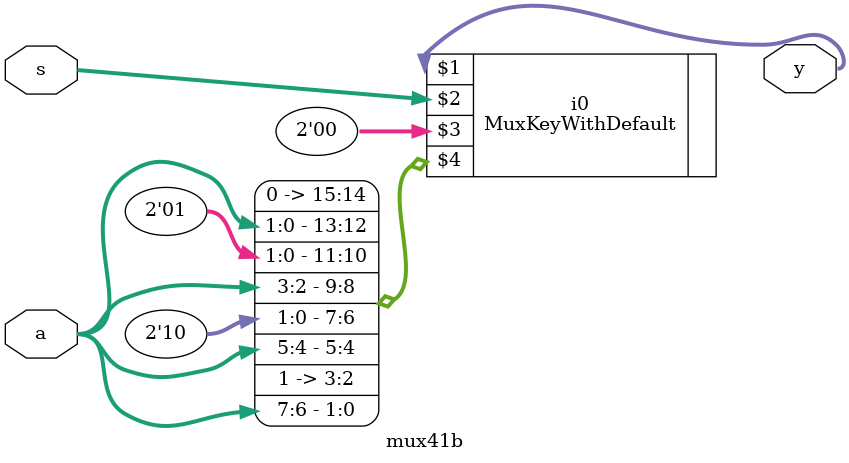
<source format=v>
module mux41b(a,s,y);
  input  [7:0] a;
  input  [1:0] s;
  output [1:0] y;
  MuxKeyWithDefault #(4, 2, 2) i0 (y, s, 2'b0, {
    2'b00, a[1:0],
    2'b01, a[3:2],
    2'b10, a[5:4],
    2'b11, a[7:6]
  });

endmodule





</source>
